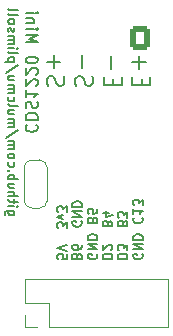
<source format=gbr>
%TF.GenerationSoftware,KiCad,Pcbnew,9.0.6*%
%TF.CreationDate,2025-12-29T21:45:30-05:00*%
%TF.ProjectId,plimsoll,706c696d-736f-46c6-9c2e-6b696361645f,rev?*%
%TF.SameCoordinates,Original*%
%TF.FileFunction,Legend,Bot*%
%TF.FilePolarity,Positive*%
%FSLAX46Y46*%
G04 Gerber Fmt 4.6, Leading zero omitted, Abs format (unit mm)*
G04 Created by KiCad (PCBNEW 9.0.6) date 2025-12-29 21:45:30*
%MOMM*%
%LPD*%
G01*
G04 APERTURE LIST*
G04 Aperture macros list*
%AMRoundRect*
0 Rectangle with rounded corners*
0 $1 Rounding radius*
0 $2 $3 $4 $5 $6 $7 $8 $9 X,Y pos of 4 corners*
0 Add a 4 corners polygon primitive as box body*
4,1,4,$2,$3,$4,$5,$6,$7,$8,$9,$2,$3,0*
0 Add four circle primitives for the rounded corners*
1,1,$1+$1,$2,$3*
1,1,$1+$1,$4,$5*
1,1,$1+$1,$6,$7*
1,1,$1+$1,$8,$9*
0 Add four rect primitives between the rounded corners*
20,1,$1+$1,$2,$3,$4,$5,0*
20,1,$1+$1,$4,$5,$6,$7,0*
20,1,$1+$1,$6,$7,$8,$9,0*
20,1,$1+$1,$8,$9,$2,$3,0*%
%AMFreePoly0*
4,1,23,0.550000,-0.750000,0.000000,-0.750000,0.000000,-0.745722,-0.065263,-0.745722,-0.191342,-0.711940,-0.304381,-0.646677,-0.396677,-0.554381,-0.461940,-0.441342,-0.495722,-0.315263,-0.495722,-0.250000,-0.500000,-0.250000,-0.500000,0.250000,-0.495722,0.250000,-0.495722,0.315263,-0.461940,0.441342,-0.396677,0.554381,-0.304381,0.646677,-0.191342,0.711940,-0.065263,0.745722,0.000000,0.745722,
0.000000,0.750000,0.550000,0.750000,0.550000,-0.750000,0.550000,-0.750000,$1*%
%AMFreePoly1*
4,1,23,0.000000,0.745722,0.065263,0.745722,0.191342,0.711940,0.304381,0.646677,0.396677,0.554381,0.461940,0.441342,0.495722,0.315263,0.495722,0.250000,0.500000,0.250000,0.500000,-0.250000,0.495722,-0.250000,0.495722,-0.315263,0.461940,-0.441342,0.396677,-0.554381,0.304381,-0.646677,0.191342,-0.711940,0.065263,-0.745722,0.000000,-0.745722,0.000000,-0.750000,-0.550000,-0.750000,
-0.550000,0.750000,0.000000,0.750000,0.000000,0.745722,0.000000,0.745722,$1*%
G04 Aperture macros list end*
%ADD10C,0.187500*%
%ADD11C,0.150000*%
%ADD12C,0.200000*%
%ADD13C,0.160000*%
%ADD14C,0.120000*%
%ADD15RoundRect,0.250000X0.600000X0.725000X-0.600000X0.725000X-0.600000X-0.725000X0.600000X-0.725000X0*%
%ADD16O,1.700000X1.950000*%
%ADD17C,3.200000*%
%ADD18FreePoly0,90.000000*%
%ADD19R,1.500000X1.000000*%
%ADD20FreePoly1,90.000000*%
%ADD21R,1.350000X1.350000*%
%ADD22C,1.350000*%
G04 APERTURE END LIST*
D10*
X38303783Y-28039502D02*
X38303783Y-27539502D01*
X37518069Y-27325216D02*
X37518069Y-28039502D01*
X37518069Y-28039502D02*
X39018069Y-28039502D01*
X39018069Y-28039502D02*
X39018069Y-27325216D01*
X38089498Y-26682359D02*
X38089498Y-25539502D01*
X37518069Y-26110930D02*
X38660926Y-26110930D01*
X35888867Y-28039502D02*
X35888867Y-27539502D01*
X35103153Y-27325216D02*
X35103153Y-28039502D01*
X35103153Y-28039502D02*
X36603153Y-28039502D01*
X36603153Y-28039502D02*
X36603153Y-27325216D01*
X35674582Y-26682359D02*
X35674582Y-25539502D01*
X32759666Y-28110930D02*
X32688237Y-27896645D01*
X32688237Y-27896645D02*
X32688237Y-27539502D01*
X32688237Y-27539502D02*
X32759666Y-27396645D01*
X32759666Y-27396645D02*
X32831094Y-27325216D01*
X32831094Y-27325216D02*
X32973951Y-27253787D01*
X32973951Y-27253787D02*
X33116808Y-27253787D01*
X33116808Y-27253787D02*
X33259666Y-27325216D01*
X33259666Y-27325216D02*
X33331094Y-27396645D01*
X33331094Y-27396645D02*
X33402523Y-27539502D01*
X33402523Y-27539502D02*
X33473951Y-27825216D01*
X33473951Y-27825216D02*
X33545380Y-27968073D01*
X33545380Y-27968073D02*
X33616808Y-28039502D01*
X33616808Y-28039502D02*
X33759666Y-28110930D01*
X33759666Y-28110930D02*
X33902523Y-28110930D01*
X33902523Y-28110930D02*
X34045380Y-28039502D01*
X34045380Y-28039502D02*
X34116808Y-27968073D01*
X34116808Y-27968073D02*
X34188237Y-27825216D01*
X34188237Y-27825216D02*
X34188237Y-27468073D01*
X34188237Y-27468073D02*
X34116808Y-27253787D01*
X33259666Y-26610931D02*
X33259666Y-25468074D01*
X30344750Y-28110930D02*
X30273321Y-27896645D01*
X30273321Y-27896645D02*
X30273321Y-27539502D01*
X30273321Y-27539502D02*
X30344750Y-27396645D01*
X30344750Y-27396645D02*
X30416178Y-27325216D01*
X30416178Y-27325216D02*
X30559035Y-27253787D01*
X30559035Y-27253787D02*
X30701892Y-27253787D01*
X30701892Y-27253787D02*
X30844750Y-27325216D01*
X30844750Y-27325216D02*
X30916178Y-27396645D01*
X30916178Y-27396645D02*
X30987607Y-27539502D01*
X30987607Y-27539502D02*
X31059035Y-27825216D01*
X31059035Y-27825216D02*
X31130464Y-27968073D01*
X31130464Y-27968073D02*
X31201892Y-28039502D01*
X31201892Y-28039502D02*
X31344750Y-28110930D01*
X31344750Y-28110930D02*
X31487607Y-28110930D01*
X31487607Y-28110930D02*
X31630464Y-28039502D01*
X31630464Y-28039502D02*
X31701892Y-27968073D01*
X31701892Y-27968073D02*
X31773321Y-27825216D01*
X31773321Y-27825216D02*
X31773321Y-27468073D01*
X31773321Y-27468073D02*
X31701892Y-27253787D01*
X30844750Y-26610931D02*
X30844750Y-25468074D01*
X30273321Y-26039502D02*
X31416178Y-26039502D01*
D11*
X27539038Y-38667982D02*
X26891419Y-38667982D01*
X26891419Y-38667982D02*
X26815228Y-38706077D01*
X26815228Y-38706077D02*
X26777133Y-38744173D01*
X26777133Y-38744173D02*
X26739038Y-38820363D01*
X26739038Y-38820363D02*
X26739038Y-38934649D01*
X26739038Y-38934649D02*
X26777133Y-39010839D01*
X27043800Y-38667982D02*
X27005704Y-38744173D01*
X27005704Y-38744173D02*
X27005704Y-38896554D01*
X27005704Y-38896554D02*
X27043800Y-38972744D01*
X27043800Y-38972744D02*
X27081895Y-39010839D01*
X27081895Y-39010839D02*
X27158085Y-39048935D01*
X27158085Y-39048935D02*
X27386657Y-39048935D01*
X27386657Y-39048935D02*
X27462847Y-39010839D01*
X27462847Y-39010839D02*
X27500942Y-38972744D01*
X27500942Y-38972744D02*
X27539038Y-38896554D01*
X27539038Y-38896554D02*
X27539038Y-38744173D01*
X27539038Y-38744173D02*
X27500942Y-38667982D01*
X27005704Y-38287029D02*
X27539038Y-38287029D01*
X27805704Y-38287029D02*
X27767609Y-38325125D01*
X27767609Y-38325125D02*
X27729514Y-38287029D01*
X27729514Y-38287029D02*
X27767609Y-38248934D01*
X27767609Y-38248934D02*
X27805704Y-38287029D01*
X27805704Y-38287029D02*
X27729514Y-38287029D01*
X27539038Y-38020363D02*
X27539038Y-37715601D01*
X27805704Y-37906077D02*
X27119990Y-37906077D01*
X27119990Y-37906077D02*
X27043800Y-37867982D01*
X27043800Y-37867982D02*
X27005704Y-37791792D01*
X27005704Y-37791792D02*
X27005704Y-37715601D01*
X27005704Y-37448934D02*
X27805704Y-37448934D01*
X27005704Y-37106077D02*
X27424752Y-37106077D01*
X27424752Y-37106077D02*
X27500942Y-37144172D01*
X27500942Y-37144172D02*
X27539038Y-37220363D01*
X27539038Y-37220363D02*
X27539038Y-37334649D01*
X27539038Y-37334649D02*
X27500942Y-37410839D01*
X27500942Y-37410839D02*
X27462847Y-37448934D01*
X27539038Y-36382267D02*
X27005704Y-36382267D01*
X27539038Y-36725124D02*
X27119990Y-36725124D01*
X27119990Y-36725124D02*
X27043800Y-36687029D01*
X27043800Y-36687029D02*
X27005704Y-36610839D01*
X27005704Y-36610839D02*
X27005704Y-36496553D01*
X27005704Y-36496553D02*
X27043800Y-36420362D01*
X27043800Y-36420362D02*
X27081895Y-36382267D01*
X27005704Y-36001314D02*
X27805704Y-36001314D01*
X27500942Y-36001314D02*
X27539038Y-35925124D01*
X27539038Y-35925124D02*
X27539038Y-35772743D01*
X27539038Y-35772743D02*
X27500942Y-35696552D01*
X27500942Y-35696552D02*
X27462847Y-35658457D01*
X27462847Y-35658457D02*
X27386657Y-35620362D01*
X27386657Y-35620362D02*
X27158085Y-35620362D01*
X27158085Y-35620362D02*
X27081895Y-35658457D01*
X27081895Y-35658457D02*
X27043800Y-35696552D01*
X27043800Y-35696552D02*
X27005704Y-35772743D01*
X27005704Y-35772743D02*
X27005704Y-35925124D01*
X27005704Y-35925124D02*
X27043800Y-36001314D01*
X27081895Y-35277504D02*
X27043800Y-35239409D01*
X27043800Y-35239409D02*
X27005704Y-35277504D01*
X27005704Y-35277504D02*
X27043800Y-35315600D01*
X27043800Y-35315600D02*
X27081895Y-35277504D01*
X27081895Y-35277504D02*
X27005704Y-35277504D01*
X27043800Y-34553695D02*
X27005704Y-34629886D01*
X27005704Y-34629886D02*
X27005704Y-34782267D01*
X27005704Y-34782267D02*
X27043800Y-34858457D01*
X27043800Y-34858457D02*
X27081895Y-34896552D01*
X27081895Y-34896552D02*
X27158085Y-34934648D01*
X27158085Y-34934648D02*
X27386657Y-34934648D01*
X27386657Y-34934648D02*
X27462847Y-34896552D01*
X27462847Y-34896552D02*
X27500942Y-34858457D01*
X27500942Y-34858457D02*
X27539038Y-34782267D01*
X27539038Y-34782267D02*
X27539038Y-34629886D01*
X27539038Y-34629886D02*
X27500942Y-34553695D01*
X27005704Y-34096553D02*
X27043800Y-34172743D01*
X27043800Y-34172743D02*
X27081895Y-34210838D01*
X27081895Y-34210838D02*
X27158085Y-34248934D01*
X27158085Y-34248934D02*
X27386657Y-34248934D01*
X27386657Y-34248934D02*
X27462847Y-34210838D01*
X27462847Y-34210838D02*
X27500942Y-34172743D01*
X27500942Y-34172743D02*
X27539038Y-34096553D01*
X27539038Y-34096553D02*
X27539038Y-33982267D01*
X27539038Y-33982267D02*
X27500942Y-33906076D01*
X27500942Y-33906076D02*
X27462847Y-33867981D01*
X27462847Y-33867981D02*
X27386657Y-33829886D01*
X27386657Y-33829886D02*
X27158085Y-33829886D01*
X27158085Y-33829886D02*
X27081895Y-33867981D01*
X27081895Y-33867981D02*
X27043800Y-33906076D01*
X27043800Y-33906076D02*
X27005704Y-33982267D01*
X27005704Y-33982267D02*
X27005704Y-34096553D01*
X27005704Y-33487028D02*
X27539038Y-33487028D01*
X27462847Y-33487028D02*
X27500942Y-33448933D01*
X27500942Y-33448933D02*
X27539038Y-33372743D01*
X27539038Y-33372743D02*
X27539038Y-33258457D01*
X27539038Y-33258457D02*
X27500942Y-33182266D01*
X27500942Y-33182266D02*
X27424752Y-33144171D01*
X27424752Y-33144171D02*
X27005704Y-33144171D01*
X27424752Y-33144171D02*
X27500942Y-33106076D01*
X27500942Y-33106076D02*
X27539038Y-33029885D01*
X27539038Y-33029885D02*
X27539038Y-32915600D01*
X27539038Y-32915600D02*
X27500942Y-32839409D01*
X27500942Y-32839409D02*
X27424752Y-32801314D01*
X27424752Y-32801314D02*
X27005704Y-32801314D01*
X27843800Y-31848933D02*
X26815228Y-32534647D01*
X27005704Y-31582266D02*
X27539038Y-31582266D01*
X27462847Y-31582266D02*
X27500942Y-31544171D01*
X27500942Y-31544171D02*
X27539038Y-31467981D01*
X27539038Y-31467981D02*
X27539038Y-31353695D01*
X27539038Y-31353695D02*
X27500942Y-31277504D01*
X27500942Y-31277504D02*
X27424752Y-31239409D01*
X27424752Y-31239409D02*
X27005704Y-31239409D01*
X27424752Y-31239409D02*
X27500942Y-31201314D01*
X27500942Y-31201314D02*
X27539038Y-31125123D01*
X27539038Y-31125123D02*
X27539038Y-31010838D01*
X27539038Y-31010838D02*
X27500942Y-30934647D01*
X27500942Y-30934647D02*
X27424752Y-30896552D01*
X27424752Y-30896552D02*
X27005704Y-30896552D01*
X27539038Y-30172742D02*
X27005704Y-30172742D01*
X27539038Y-30515599D02*
X27119990Y-30515599D01*
X27119990Y-30515599D02*
X27043800Y-30477504D01*
X27043800Y-30477504D02*
X27005704Y-30401314D01*
X27005704Y-30401314D02*
X27005704Y-30287028D01*
X27005704Y-30287028D02*
X27043800Y-30210837D01*
X27043800Y-30210837D02*
X27081895Y-30172742D01*
X27005704Y-29677504D02*
X27043800Y-29753694D01*
X27043800Y-29753694D02*
X27119990Y-29791789D01*
X27119990Y-29791789D02*
X27805704Y-29791789D01*
X27043800Y-29029884D02*
X27005704Y-29106075D01*
X27005704Y-29106075D02*
X27005704Y-29258456D01*
X27005704Y-29258456D02*
X27043800Y-29334646D01*
X27043800Y-29334646D02*
X27081895Y-29372741D01*
X27081895Y-29372741D02*
X27158085Y-29410837D01*
X27158085Y-29410837D02*
X27386657Y-29410837D01*
X27386657Y-29410837D02*
X27462847Y-29372741D01*
X27462847Y-29372741D02*
X27500942Y-29334646D01*
X27500942Y-29334646D02*
X27539038Y-29258456D01*
X27539038Y-29258456D02*
X27539038Y-29106075D01*
X27539038Y-29106075D02*
X27500942Y-29029884D01*
X27005704Y-28687027D02*
X27539038Y-28687027D01*
X27462847Y-28687027D02*
X27500942Y-28648932D01*
X27500942Y-28648932D02*
X27539038Y-28572742D01*
X27539038Y-28572742D02*
X27539038Y-28458456D01*
X27539038Y-28458456D02*
X27500942Y-28382265D01*
X27500942Y-28382265D02*
X27424752Y-28344170D01*
X27424752Y-28344170D02*
X27005704Y-28344170D01*
X27424752Y-28344170D02*
X27500942Y-28306075D01*
X27500942Y-28306075D02*
X27539038Y-28229884D01*
X27539038Y-28229884D02*
X27539038Y-28115599D01*
X27539038Y-28115599D02*
X27500942Y-28039408D01*
X27500942Y-28039408D02*
X27424752Y-28001313D01*
X27424752Y-28001313D02*
X27005704Y-28001313D01*
X27539038Y-27277503D02*
X27005704Y-27277503D01*
X27539038Y-27620360D02*
X27119990Y-27620360D01*
X27119990Y-27620360D02*
X27043800Y-27582265D01*
X27043800Y-27582265D02*
X27005704Y-27506075D01*
X27005704Y-27506075D02*
X27005704Y-27391789D01*
X27005704Y-27391789D02*
X27043800Y-27315598D01*
X27043800Y-27315598D02*
X27081895Y-27277503D01*
X27843800Y-26325122D02*
X26815228Y-27010836D01*
X27539038Y-26058455D02*
X26739038Y-26058455D01*
X27500942Y-26058455D02*
X27539038Y-25982265D01*
X27539038Y-25982265D02*
X27539038Y-25829884D01*
X27539038Y-25829884D02*
X27500942Y-25753693D01*
X27500942Y-25753693D02*
X27462847Y-25715598D01*
X27462847Y-25715598D02*
X27386657Y-25677503D01*
X27386657Y-25677503D02*
X27158085Y-25677503D01*
X27158085Y-25677503D02*
X27081895Y-25715598D01*
X27081895Y-25715598D02*
X27043800Y-25753693D01*
X27043800Y-25753693D02*
X27005704Y-25829884D01*
X27005704Y-25829884D02*
X27005704Y-25982265D01*
X27005704Y-25982265D02*
X27043800Y-26058455D01*
X27005704Y-25220360D02*
X27043800Y-25296550D01*
X27043800Y-25296550D02*
X27119990Y-25334645D01*
X27119990Y-25334645D02*
X27805704Y-25334645D01*
X27005704Y-24915597D02*
X27539038Y-24915597D01*
X27805704Y-24915597D02*
X27767609Y-24953693D01*
X27767609Y-24953693D02*
X27729514Y-24915597D01*
X27729514Y-24915597D02*
X27767609Y-24877502D01*
X27767609Y-24877502D02*
X27805704Y-24915597D01*
X27805704Y-24915597D02*
X27729514Y-24915597D01*
X27005704Y-24534645D02*
X27539038Y-24534645D01*
X27462847Y-24534645D02*
X27500942Y-24496550D01*
X27500942Y-24496550D02*
X27539038Y-24420360D01*
X27539038Y-24420360D02*
X27539038Y-24306074D01*
X27539038Y-24306074D02*
X27500942Y-24229883D01*
X27500942Y-24229883D02*
X27424752Y-24191788D01*
X27424752Y-24191788D02*
X27005704Y-24191788D01*
X27424752Y-24191788D02*
X27500942Y-24153693D01*
X27500942Y-24153693D02*
X27539038Y-24077502D01*
X27539038Y-24077502D02*
X27539038Y-23963217D01*
X27539038Y-23963217D02*
X27500942Y-23887026D01*
X27500942Y-23887026D02*
X27424752Y-23848931D01*
X27424752Y-23848931D02*
X27005704Y-23848931D01*
X27043800Y-23506074D02*
X27005704Y-23429883D01*
X27005704Y-23429883D02*
X27005704Y-23277502D01*
X27005704Y-23277502D02*
X27043800Y-23201312D01*
X27043800Y-23201312D02*
X27119990Y-23163216D01*
X27119990Y-23163216D02*
X27158085Y-23163216D01*
X27158085Y-23163216D02*
X27234276Y-23201312D01*
X27234276Y-23201312D02*
X27272371Y-23277502D01*
X27272371Y-23277502D02*
X27272371Y-23391788D01*
X27272371Y-23391788D02*
X27310466Y-23467978D01*
X27310466Y-23467978D02*
X27386657Y-23506074D01*
X27386657Y-23506074D02*
X27424752Y-23506074D01*
X27424752Y-23506074D02*
X27500942Y-23467978D01*
X27500942Y-23467978D02*
X27539038Y-23391788D01*
X27539038Y-23391788D02*
X27539038Y-23277502D01*
X27539038Y-23277502D02*
X27500942Y-23201312D01*
X27005704Y-22706074D02*
X27043800Y-22782264D01*
X27043800Y-22782264D02*
X27081895Y-22820359D01*
X27081895Y-22820359D02*
X27158085Y-22858455D01*
X27158085Y-22858455D02*
X27386657Y-22858455D01*
X27386657Y-22858455D02*
X27462847Y-22820359D01*
X27462847Y-22820359D02*
X27500942Y-22782264D01*
X27500942Y-22782264D02*
X27539038Y-22706074D01*
X27539038Y-22706074D02*
X27539038Y-22591788D01*
X27539038Y-22591788D02*
X27500942Y-22515597D01*
X27500942Y-22515597D02*
X27462847Y-22477502D01*
X27462847Y-22477502D02*
X27386657Y-22439407D01*
X27386657Y-22439407D02*
X27158085Y-22439407D01*
X27158085Y-22439407D02*
X27081895Y-22477502D01*
X27081895Y-22477502D02*
X27043800Y-22515597D01*
X27043800Y-22515597D02*
X27005704Y-22591788D01*
X27005704Y-22591788D02*
X27005704Y-22706074D01*
X27005704Y-21982264D02*
X27043800Y-22058454D01*
X27043800Y-22058454D02*
X27119990Y-22096549D01*
X27119990Y-22096549D02*
X27805704Y-22096549D01*
X27005704Y-21563216D02*
X27043800Y-21639406D01*
X27043800Y-21639406D02*
X27119990Y-21677501D01*
X27119990Y-21677501D02*
X27805704Y-21677501D01*
D12*
X28588019Y-31378898D02*
X28540400Y-31426517D01*
X28540400Y-31426517D02*
X28492780Y-31569374D01*
X28492780Y-31569374D02*
X28492780Y-31664612D01*
X28492780Y-31664612D02*
X28540400Y-31807469D01*
X28540400Y-31807469D02*
X28635638Y-31902707D01*
X28635638Y-31902707D02*
X28730876Y-31950326D01*
X28730876Y-31950326D02*
X28921352Y-31997945D01*
X28921352Y-31997945D02*
X29064209Y-31997945D01*
X29064209Y-31997945D02*
X29254685Y-31950326D01*
X29254685Y-31950326D02*
X29349923Y-31902707D01*
X29349923Y-31902707D02*
X29445161Y-31807469D01*
X29445161Y-31807469D02*
X29492780Y-31664612D01*
X29492780Y-31664612D02*
X29492780Y-31569374D01*
X29492780Y-31569374D02*
X29445161Y-31426517D01*
X29445161Y-31426517D02*
X29397542Y-31378898D01*
X28492780Y-30950326D02*
X29492780Y-30950326D01*
X29492780Y-30950326D02*
X29492780Y-30712231D01*
X29492780Y-30712231D02*
X29445161Y-30569374D01*
X29445161Y-30569374D02*
X29349923Y-30474136D01*
X29349923Y-30474136D02*
X29254685Y-30426517D01*
X29254685Y-30426517D02*
X29064209Y-30378898D01*
X29064209Y-30378898D02*
X28921352Y-30378898D01*
X28921352Y-30378898D02*
X28730876Y-30426517D01*
X28730876Y-30426517D02*
X28635638Y-30474136D01*
X28635638Y-30474136D02*
X28540400Y-30569374D01*
X28540400Y-30569374D02*
X28492780Y-30712231D01*
X28492780Y-30712231D02*
X28492780Y-30950326D01*
X28540400Y-29997945D02*
X28492780Y-29855088D01*
X28492780Y-29855088D02*
X28492780Y-29616993D01*
X28492780Y-29616993D02*
X28540400Y-29521755D01*
X28540400Y-29521755D02*
X28588019Y-29474136D01*
X28588019Y-29474136D02*
X28683257Y-29426517D01*
X28683257Y-29426517D02*
X28778495Y-29426517D01*
X28778495Y-29426517D02*
X28873733Y-29474136D01*
X28873733Y-29474136D02*
X28921352Y-29521755D01*
X28921352Y-29521755D02*
X28968971Y-29616993D01*
X28968971Y-29616993D02*
X29016590Y-29807469D01*
X29016590Y-29807469D02*
X29064209Y-29902707D01*
X29064209Y-29902707D02*
X29111828Y-29950326D01*
X29111828Y-29950326D02*
X29207066Y-29997945D01*
X29207066Y-29997945D02*
X29302304Y-29997945D01*
X29302304Y-29997945D02*
X29397542Y-29950326D01*
X29397542Y-29950326D02*
X29445161Y-29902707D01*
X29445161Y-29902707D02*
X29492780Y-29807469D01*
X29492780Y-29807469D02*
X29492780Y-29569374D01*
X29492780Y-29569374D02*
X29445161Y-29426517D01*
X28492780Y-28474136D02*
X28492780Y-29045564D01*
X28492780Y-28759850D02*
X29492780Y-28759850D01*
X29492780Y-28759850D02*
X29349923Y-28855088D01*
X29349923Y-28855088D02*
X29254685Y-28950326D01*
X29254685Y-28950326D02*
X29207066Y-29045564D01*
X29397542Y-28093183D02*
X29445161Y-28045564D01*
X29445161Y-28045564D02*
X29492780Y-27950326D01*
X29492780Y-27950326D02*
X29492780Y-27712231D01*
X29492780Y-27712231D02*
X29445161Y-27616993D01*
X29445161Y-27616993D02*
X29397542Y-27569374D01*
X29397542Y-27569374D02*
X29302304Y-27521755D01*
X29302304Y-27521755D02*
X29207066Y-27521755D01*
X29207066Y-27521755D02*
X29064209Y-27569374D01*
X29064209Y-27569374D02*
X28492780Y-28140802D01*
X28492780Y-28140802D02*
X28492780Y-27521755D01*
X29397542Y-27140802D02*
X29445161Y-27093183D01*
X29445161Y-27093183D02*
X29492780Y-26997945D01*
X29492780Y-26997945D02*
X29492780Y-26759850D01*
X29492780Y-26759850D02*
X29445161Y-26664612D01*
X29445161Y-26664612D02*
X29397542Y-26616993D01*
X29397542Y-26616993D02*
X29302304Y-26569374D01*
X29302304Y-26569374D02*
X29207066Y-26569374D01*
X29207066Y-26569374D02*
X29064209Y-26616993D01*
X29064209Y-26616993D02*
X28492780Y-27188421D01*
X28492780Y-27188421D02*
X28492780Y-26569374D01*
X29492780Y-25950326D02*
X29492780Y-25855088D01*
X29492780Y-25855088D02*
X29445161Y-25759850D01*
X29445161Y-25759850D02*
X29397542Y-25712231D01*
X29397542Y-25712231D02*
X29302304Y-25664612D01*
X29302304Y-25664612D02*
X29111828Y-25616993D01*
X29111828Y-25616993D02*
X28873733Y-25616993D01*
X28873733Y-25616993D02*
X28683257Y-25664612D01*
X28683257Y-25664612D02*
X28588019Y-25712231D01*
X28588019Y-25712231D02*
X28540400Y-25759850D01*
X28540400Y-25759850D02*
X28492780Y-25855088D01*
X28492780Y-25855088D02*
X28492780Y-25950326D01*
X28492780Y-25950326D02*
X28540400Y-26045564D01*
X28540400Y-26045564D02*
X28588019Y-26093183D01*
X28588019Y-26093183D02*
X28683257Y-26140802D01*
X28683257Y-26140802D02*
X28873733Y-26188421D01*
X28873733Y-26188421D02*
X29111828Y-26188421D01*
X29111828Y-26188421D02*
X29302304Y-26140802D01*
X29302304Y-26140802D02*
X29397542Y-26093183D01*
X29397542Y-26093183D02*
X29445161Y-26045564D01*
X29445161Y-26045564D02*
X29492780Y-25950326D01*
X28492780Y-24426516D02*
X29492780Y-24426516D01*
X29492780Y-24426516D02*
X28778495Y-24093183D01*
X28778495Y-24093183D02*
X29492780Y-23759850D01*
X29492780Y-23759850D02*
X28492780Y-23759850D01*
X28492780Y-23283659D02*
X29159447Y-23283659D01*
X29492780Y-23283659D02*
X29445161Y-23331278D01*
X29445161Y-23331278D02*
X29397542Y-23283659D01*
X29397542Y-23283659D02*
X29445161Y-23236040D01*
X29445161Y-23236040D02*
X29492780Y-23283659D01*
X29492780Y-23283659D02*
X29397542Y-23283659D01*
X29159447Y-22807469D02*
X28492780Y-22807469D01*
X29064209Y-22807469D02*
X29111828Y-22759850D01*
X29111828Y-22759850D02*
X29159447Y-22664612D01*
X29159447Y-22664612D02*
X29159447Y-22521755D01*
X29159447Y-22521755D02*
X29111828Y-22426517D01*
X29111828Y-22426517D02*
X29016590Y-22378898D01*
X29016590Y-22378898D02*
X28492780Y-22378898D01*
X28492780Y-21902707D02*
X29159447Y-21902707D01*
X29492780Y-21902707D02*
X29445161Y-21950326D01*
X29445161Y-21950326D02*
X29397542Y-21902707D01*
X29397542Y-21902707D02*
X29445161Y-21855088D01*
X29445161Y-21855088D02*
X29492780Y-21902707D01*
X29492780Y-21902707D02*
X29397542Y-21902707D01*
D13*
X38357904Y-42335213D02*
X38395999Y-42411403D01*
X38395999Y-42411403D02*
X38395999Y-42525689D01*
X38395999Y-42525689D02*
X38357904Y-42639975D01*
X38357904Y-42639975D02*
X38281714Y-42716165D01*
X38281714Y-42716165D02*
X38205523Y-42754260D01*
X38205523Y-42754260D02*
X38053142Y-42792356D01*
X38053142Y-42792356D02*
X37938856Y-42792356D01*
X37938856Y-42792356D02*
X37786475Y-42754260D01*
X37786475Y-42754260D02*
X37710285Y-42716165D01*
X37710285Y-42716165D02*
X37634095Y-42639975D01*
X37634095Y-42639975D02*
X37595999Y-42525689D01*
X37595999Y-42525689D02*
X37595999Y-42449498D01*
X37595999Y-42449498D02*
X37634095Y-42335213D01*
X37634095Y-42335213D02*
X37672190Y-42297117D01*
X37672190Y-42297117D02*
X37938856Y-42297117D01*
X37938856Y-42297117D02*
X37938856Y-42449498D01*
X37595999Y-41954260D02*
X38395999Y-41954260D01*
X38395999Y-41954260D02*
X37595999Y-41497117D01*
X37595999Y-41497117D02*
X38395999Y-41497117D01*
X37595999Y-41116165D02*
X38395999Y-41116165D01*
X38395999Y-41116165D02*
X38395999Y-40925689D01*
X38395999Y-40925689D02*
X38357904Y-40811403D01*
X38357904Y-40811403D02*
X38281714Y-40735213D01*
X38281714Y-40735213D02*
X38205523Y-40697118D01*
X38205523Y-40697118D02*
X38053142Y-40659022D01*
X38053142Y-40659022D02*
X37938856Y-40659022D01*
X37938856Y-40659022D02*
X37786475Y-40697118D01*
X37786475Y-40697118D02*
X37710285Y-40735213D01*
X37710285Y-40735213D02*
X37634095Y-40811403D01*
X37634095Y-40811403D02*
X37595999Y-40925689D01*
X37595999Y-40925689D02*
X37595999Y-41116165D01*
X37672190Y-39249498D02*
X37634095Y-39287594D01*
X37634095Y-39287594D02*
X37595999Y-39401879D01*
X37595999Y-39401879D02*
X37595999Y-39478070D01*
X37595999Y-39478070D02*
X37634095Y-39592356D01*
X37634095Y-39592356D02*
X37710285Y-39668546D01*
X37710285Y-39668546D02*
X37786475Y-39706641D01*
X37786475Y-39706641D02*
X37938856Y-39744737D01*
X37938856Y-39744737D02*
X38053142Y-39744737D01*
X38053142Y-39744737D02*
X38205523Y-39706641D01*
X38205523Y-39706641D02*
X38281714Y-39668546D01*
X38281714Y-39668546D02*
X38357904Y-39592356D01*
X38357904Y-39592356D02*
X38395999Y-39478070D01*
X38395999Y-39478070D02*
X38395999Y-39401879D01*
X38395999Y-39401879D02*
X38357904Y-39287594D01*
X38357904Y-39287594D02*
X38319809Y-39249498D01*
X37595999Y-38487594D02*
X37595999Y-38944737D01*
X37595999Y-38716165D02*
X38395999Y-38716165D01*
X38395999Y-38716165D02*
X38281714Y-38792356D01*
X38281714Y-38792356D02*
X38205523Y-38868546D01*
X38205523Y-38868546D02*
X38167428Y-38944737D01*
X38395999Y-38220927D02*
X38395999Y-37725689D01*
X38395999Y-37725689D02*
X38091237Y-37992355D01*
X38091237Y-37992355D02*
X38091237Y-37878070D01*
X38091237Y-37878070D02*
X38053142Y-37801879D01*
X38053142Y-37801879D02*
X38015047Y-37763784D01*
X38015047Y-37763784D02*
X37938856Y-37725689D01*
X37938856Y-37725689D02*
X37748380Y-37725689D01*
X37748380Y-37725689D02*
X37672190Y-37763784D01*
X37672190Y-37763784D02*
X37634095Y-37801879D01*
X37634095Y-37801879D02*
X37595999Y-37878070D01*
X37595999Y-37878070D02*
X37595999Y-38106641D01*
X37595999Y-38106641D02*
X37634095Y-38182832D01*
X37634095Y-38182832D02*
X37672190Y-38220927D01*
X36308044Y-42754260D02*
X37108044Y-42754260D01*
X37108044Y-42754260D02*
X37108044Y-42563784D01*
X37108044Y-42563784D02*
X37069949Y-42449498D01*
X37069949Y-42449498D02*
X36993759Y-42373308D01*
X36993759Y-42373308D02*
X36917568Y-42335213D01*
X36917568Y-42335213D02*
X36765187Y-42297117D01*
X36765187Y-42297117D02*
X36650901Y-42297117D01*
X36650901Y-42297117D02*
X36498520Y-42335213D01*
X36498520Y-42335213D02*
X36422330Y-42373308D01*
X36422330Y-42373308D02*
X36346140Y-42449498D01*
X36346140Y-42449498D02*
X36308044Y-42563784D01*
X36308044Y-42563784D02*
X36308044Y-42754260D01*
X37108044Y-42030451D02*
X37108044Y-41535213D01*
X37108044Y-41535213D02*
X36803282Y-41801879D01*
X36803282Y-41801879D02*
X36803282Y-41687594D01*
X36803282Y-41687594D02*
X36765187Y-41611403D01*
X36765187Y-41611403D02*
X36727092Y-41573308D01*
X36727092Y-41573308D02*
X36650901Y-41535213D01*
X36650901Y-41535213D02*
X36460425Y-41535213D01*
X36460425Y-41535213D02*
X36384235Y-41573308D01*
X36384235Y-41573308D02*
X36346140Y-41611403D01*
X36346140Y-41611403D02*
X36308044Y-41687594D01*
X36308044Y-41687594D02*
X36308044Y-41916165D01*
X36308044Y-41916165D02*
X36346140Y-41992356D01*
X36346140Y-41992356D02*
X36384235Y-42030451D01*
X36727092Y-39706641D02*
X36688997Y-39592355D01*
X36688997Y-39592355D02*
X36650901Y-39554260D01*
X36650901Y-39554260D02*
X36574711Y-39516164D01*
X36574711Y-39516164D02*
X36460425Y-39516164D01*
X36460425Y-39516164D02*
X36384235Y-39554260D01*
X36384235Y-39554260D02*
X36346140Y-39592355D01*
X36346140Y-39592355D02*
X36308044Y-39668545D01*
X36308044Y-39668545D02*
X36308044Y-39973307D01*
X36308044Y-39973307D02*
X37108044Y-39973307D01*
X37108044Y-39973307D02*
X37108044Y-39706641D01*
X37108044Y-39706641D02*
X37069949Y-39630450D01*
X37069949Y-39630450D02*
X37031854Y-39592355D01*
X37031854Y-39592355D02*
X36955663Y-39554260D01*
X36955663Y-39554260D02*
X36879473Y-39554260D01*
X36879473Y-39554260D02*
X36803282Y-39592355D01*
X36803282Y-39592355D02*
X36765187Y-39630450D01*
X36765187Y-39630450D02*
X36727092Y-39706641D01*
X36727092Y-39706641D02*
X36727092Y-39973307D01*
X37108044Y-39249498D02*
X37108044Y-38754260D01*
X37108044Y-38754260D02*
X36803282Y-39020926D01*
X36803282Y-39020926D02*
X36803282Y-38906641D01*
X36803282Y-38906641D02*
X36765187Y-38830450D01*
X36765187Y-38830450D02*
X36727092Y-38792355D01*
X36727092Y-38792355D02*
X36650901Y-38754260D01*
X36650901Y-38754260D02*
X36460425Y-38754260D01*
X36460425Y-38754260D02*
X36384235Y-38792355D01*
X36384235Y-38792355D02*
X36346140Y-38830450D01*
X36346140Y-38830450D02*
X36308044Y-38906641D01*
X36308044Y-38906641D02*
X36308044Y-39135212D01*
X36308044Y-39135212D02*
X36346140Y-39211403D01*
X36346140Y-39211403D02*
X36384235Y-39249498D01*
X35020089Y-42754260D02*
X35820089Y-42754260D01*
X35820089Y-42754260D02*
X35820089Y-42563784D01*
X35820089Y-42563784D02*
X35781994Y-42449498D01*
X35781994Y-42449498D02*
X35705804Y-42373308D01*
X35705804Y-42373308D02*
X35629613Y-42335213D01*
X35629613Y-42335213D02*
X35477232Y-42297117D01*
X35477232Y-42297117D02*
X35362946Y-42297117D01*
X35362946Y-42297117D02*
X35210565Y-42335213D01*
X35210565Y-42335213D02*
X35134375Y-42373308D01*
X35134375Y-42373308D02*
X35058185Y-42449498D01*
X35058185Y-42449498D02*
X35020089Y-42563784D01*
X35020089Y-42563784D02*
X35020089Y-42754260D01*
X35743899Y-41992356D02*
X35781994Y-41954260D01*
X35781994Y-41954260D02*
X35820089Y-41878070D01*
X35820089Y-41878070D02*
X35820089Y-41687594D01*
X35820089Y-41687594D02*
X35781994Y-41611403D01*
X35781994Y-41611403D02*
X35743899Y-41573308D01*
X35743899Y-41573308D02*
X35667708Y-41535213D01*
X35667708Y-41535213D02*
X35591518Y-41535213D01*
X35591518Y-41535213D02*
X35477232Y-41573308D01*
X35477232Y-41573308D02*
X35020089Y-42030451D01*
X35020089Y-42030451D02*
X35020089Y-41535213D01*
X35439137Y-39706641D02*
X35401042Y-39592355D01*
X35401042Y-39592355D02*
X35362946Y-39554260D01*
X35362946Y-39554260D02*
X35286756Y-39516164D01*
X35286756Y-39516164D02*
X35172470Y-39516164D01*
X35172470Y-39516164D02*
X35096280Y-39554260D01*
X35096280Y-39554260D02*
X35058185Y-39592355D01*
X35058185Y-39592355D02*
X35020089Y-39668545D01*
X35020089Y-39668545D02*
X35020089Y-39973307D01*
X35020089Y-39973307D02*
X35820089Y-39973307D01*
X35820089Y-39973307D02*
X35820089Y-39706641D01*
X35820089Y-39706641D02*
X35781994Y-39630450D01*
X35781994Y-39630450D02*
X35743899Y-39592355D01*
X35743899Y-39592355D02*
X35667708Y-39554260D01*
X35667708Y-39554260D02*
X35591518Y-39554260D01*
X35591518Y-39554260D02*
X35515327Y-39592355D01*
X35515327Y-39592355D02*
X35477232Y-39630450D01*
X35477232Y-39630450D02*
X35439137Y-39706641D01*
X35439137Y-39706641D02*
X35439137Y-39973307D01*
X35553423Y-38830450D02*
X35020089Y-38830450D01*
X35858185Y-39020926D02*
X35286756Y-39211403D01*
X35286756Y-39211403D02*
X35286756Y-38716164D01*
X34494039Y-42335213D02*
X34532134Y-42411403D01*
X34532134Y-42411403D02*
X34532134Y-42525689D01*
X34532134Y-42525689D02*
X34494039Y-42639975D01*
X34494039Y-42639975D02*
X34417849Y-42716165D01*
X34417849Y-42716165D02*
X34341658Y-42754260D01*
X34341658Y-42754260D02*
X34189277Y-42792356D01*
X34189277Y-42792356D02*
X34074991Y-42792356D01*
X34074991Y-42792356D02*
X33922610Y-42754260D01*
X33922610Y-42754260D02*
X33846420Y-42716165D01*
X33846420Y-42716165D02*
X33770230Y-42639975D01*
X33770230Y-42639975D02*
X33732134Y-42525689D01*
X33732134Y-42525689D02*
X33732134Y-42449498D01*
X33732134Y-42449498D02*
X33770230Y-42335213D01*
X33770230Y-42335213D02*
X33808325Y-42297117D01*
X33808325Y-42297117D02*
X34074991Y-42297117D01*
X34074991Y-42297117D02*
X34074991Y-42449498D01*
X33732134Y-41954260D02*
X34532134Y-41954260D01*
X34532134Y-41954260D02*
X33732134Y-41497117D01*
X33732134Y-41497117D02*
X34532134Y-41497117D01*
X33732134Y-41116165D02*
X34532134Y-41116165D01*
X34532134Y-41116165D02*
X34532134Y-40925689D01*
X34532134Y-40925689D02*
X34494039Y-40811403D01*
X34494039Y-40811403D02*
X34417849Y-40735213D01*
X34417849Y-40735213D02*
X34341658Y-40697118D01*
X34341658Y-40697118D02*
X34189277Y-40659022D01*
X34189277Y-40659022D02*
X34074991Y-40659022D01*
X34074991Y-40659022D02*
X33922610Y-40697118D01*
X33922610Y-40697118D02*
X33846420Y-40735213D01*
X33846420Y-40735213D02*
X33770230Y-40811403D01*
X33770230Y-40811403D02*
X33732134Y-40925689D01*
X33732134Y-40925689D02*
X33732134Y-41116165D01*
X34151182Y-39439975D02*
X34113087Y-39325689D01*
X34113087Y-39325689D02*
X34074991Y-39287594D01*
X34074991Y-39287594D02*
X33998801Y-39249498D01*
X33998801Y-39249498D02*
X33884515Y-39249498D01*
X33884515Y-39249498D02*
X33808325Y-39287594D01*
X33808325Y-39287594D02*
X33770230Y-39325689D01*
X33770230Y-39325689D02*
X33732134Y-39401879D01*
X33732134Y-39401879D02*
X33732134Y-39706641D01*
X33732134Y-39706641D02*
X34532134Y-39706641D01*
X34532134Y-39706641D02*
X34532134Y-39439975D01*
X34532134Y-39439975D02*
X34494039Y-39363784D01*
X34494039Y-39363784D02*
X34455944Y-39325689D01*
X34455944Y-39325689D02*
X34379753Y-39287594D01*
X34379753Y-39287594D02*
X34303563Y-39287594D01*
X34303563Y-39287594D02*
X34227372Y-39325689D01*
X34227372Y-39325689D02*
X34189277Y-39363784D01*
X34189277Y-39363784D02*
X34151182Y-39439975D01*
X34151182Y-39439975D02*
X34151182Y-39706641D01*
X34532134Y-38525689D02*
X34532134Y-38906641D01*
X34532134Y-38906641D02*
X34151182Y-38944737D01*
X34151182Y-38944737D02*
X34189277Y-38906641D01*
X34189277Y-38906641D02*
X34227372Y-38830451D01*
X34227372Y-38830451D02*
X34227372Y-38639975D01*
X34227372Y-38639975D02*
X34189277Y-38563784D01*
X34189277Y-38563784D02*
X34151182Y-38525689D01*
X34151182Y-38525689D02*
X34074991Y-38487594D01*
X34074991Y-38487594D02*
X33884515Y-38487594D01*
X33884515Y-38487594D02*
X33808325Y-38525689D01*
X33808325Y-38525689D02*
X33770230Y-38563784D01*
X33770230Y-38563784D02*
X33732134Y-38639975D01*
X33732134Y-38639975D02*
X33732134Y-38830451D01*
X33732134Y-38830451D02*
X33770230Y-38906641D01*
X33770230Y-38906641D02*
X33808325Y-38944737D01*
X32863227Y-42487594D02*
X32825132Y-42373308D01*
X32825132Y-42373308D02*
X32787036Y-42335213D01*
X32787036Y-42335213D02*
X32710846Y-42297117D01*
X32710846Y-42297117D02*
X32596560Y-42297117D01*
X32596560Y-42297117D02*
X32520370Y-42335213D01*
X32520370Y-42335213D02*
X32482275Y-42373308D01*
X32482275Y-42373308D02*
X32444179Y-42449498D01*
X32444179Y-42449498D02*
X32444179Y-42754260D01*
X32444179Y-42754260D02*
X33244179Y-42754260D01*
X33244179Y-42754260D02*
X33244179Y-42487594D01*
X33244179Y-42487594D02*
X33206084Y-42411403D01*
X33206084Y-42411403D02*
X33167989Y-42373308D01*
X33167989Y-42373308D02*
X33091798Y-42335213D01*
X33091798Y-42335213D02*
X33015608Y-42335213D01*
X33015608Y-42335213D02*
X32939417Y-42373308D01*
X32939417Y-42373308D02*
X32901322Y-42411403D01*
X32901322Y-42411403D02*
X32863227Y-42487594D01*
X32863227Y-42487594D02*
X32863227Y-42754260D01*
X33244179Y-41611403D02*
X33244179Y-41763784D01*
X33244179Y-41763784D02*
X33206084Y-41839975D01*
X33206084Y-41839975D02*
X33167989Y-41878070D01*
X33167989Y-41878070D02*
X33053703Y-41954260D01*
X33053703Y-41954260D02*
X32901322Y-41992356D01*
X32901322Y-41992356D02*
X32596560Y-41992356D01*
X32596560Y-41992356D02*
X32520370Y-41954260D01*
X32520370Y-41954260D02*
X32482275Y-41916165D01*
X32482275Y-41916165D02*
X32444179Y-41839975D01*
X32444179Y-41839975D02*
X32444179Y-41687594D01*
X32444179Y-41687594D02*
X32482275Y-41611403D01*
X32482275Y-41611403D02*
X32520370Y-41573308D01*
X32520370Y-41573308D02*
X32596560Y-41535213D01*
X32596560Y-41535213D02*
X32787036Y-41535213D01*
X32787036Y-41535213D02*
X32863227Y-41573308D01*
X32863227Y-41573308D02*
X32901322Y-41611403D01*
X32901322Y-41611403D02*
X32939417Y-41687594D01*
X32939417Y-41687594D02*
X32939417Y-41839975D01*
X32939417Y-41839975D02*
X32901322Y-41916165D01*
X32901322Y-41916165D02*
X32863227Y-41954260D01*
X32863227Y-41954260D02*
X32787036Y-41992356D01*
X33206084Y-39554260D02*
X33244179Y-39630450D01*
X33244179Y-39630450D02*
X33244179Y-39744736D01*
X33244179Y-39744736D02*
X33206084Y-39859022D01*
X33206084Y-39859022D02*
X33129894Y-39935212D01*
X33129894Y-39935212D02*
X33053703Y-39973307D01*
X33053703Y-39973307D02*
X32901322Y-40011403D01*
X32901322Y-40011403D02*
X32787036Y-40011403D01*
X32787036Y-40011403D02*
X32634655Y-39973307D01*
X32634655Y-39973307D02*
X32558465Y-39935212D01*
X32558465Y-39935212D02*
X32482275Y-39859022D01*
X32482275Y-39859022D02*
X32444179Y-39744736D01*
X32444179Y-39744736D02*
X32444179Y-39668545D01*
X32444179Y-39668545D02*
X32482275Y-39554260D01*
X32482275Y-39554260D02*
X32520370Y-39516164D01*
X32520370Y-39516164D02*
X32787036Y-39516164D01*
X32787036Y-39516164D02*
X32787036Y-39668545D01*
X32444179Y-39173307D02*
X33244179Y-39173307D01*
X33244179Y-39173307D02*
X32444179Y-38716164D01*
X32444179Y-38716164D02*
X33244179Y-38716164D01*
X32444179Y-38335212D02*
X33244179Y-38335212D01*
X33244179Y-38335212D02*
X33244179Y-38144736D01*
X33244179Y-38144736D02*
X33206084Y-38030450D01*
X33206084Y-38030450D02*
X33129894Y-37954260D01*
X33129894Y-37954260D02*
X33053703Y-37916165D01*
X33053703Y-37916165D02*
X32901322Y-37878069D01*
X32901322Y-37878069D02*
X32787036Y-37878069D01*
X32787036Y-37878069D02*
X32634655Y-37916165D01*
X32634655Y-37916165D02*
X32558465Y-37954260D01*
X32558465Y-37954260D02*
X32482275Y-38030450D01*
X32482275Y-38030450D02*
X32444179Y-38144736D01*
X32444179Y-38144736D02*
X32444179Y-38335212D01*
X31956224Y-42373308D02*
X31956224Y-42754260D01*
X31956224Y-42754260D02*
X31575272Y-42792356D01*
X31575272Y-42792356D02*
X31613367Y-42754260D01*
X31613367Y-42754260D02*
X31651462Y-42678070D01*
X31651462Y-42678070D02*
X31651462Y-42487594D01*
X31651462Y-42487594D02*
X31613367Y-42411403D01*
X31613367Y-42411403D02*
X31575272Y-42373308D01*
X31575272Y-42373308D02*
X31499081Y-42335213D01*
X31499081Y-42335213D02*
X31308605Y-42335213D01*
X31308605Y-42335213D02*
X31232415Y-42373308D01*
X31232415Y-42373308D02*
X31194320Y-42411403D01*
X31194320Y-42411403D02*
X31156224Y-42487594D01*
X31156224Y-42487594D02*
X31156224Y-42678070D01*
X31156224Y-42678070D02*
X31194320Y-42754260D01*
X31194320Y-42754260D02*
X31232415Y-42792356D01*
X31956224Y-42106641D02*
X31156224Y-41839974D01*
X31156224Y-41839974D02*
X31956224Y-41573308D01*
X31956224Y-40163784D02*
X31956224Y-39668546D01*
X31956224Y-39668546D02*
X31651462Y-39935212D01*
X31651462Y-39935212D02*
X31651462Y-39820927D01*
X31651462Y-39820927D02*
X31613367Y-39744736D01*
X31613367Y-39744736D02*
X31575272Y-39706641D01*
X31575272Y-39706641D02*
X31499081Y-39668546D01*
X31499081Y-39668546D02*
X31308605Y-39668546D01*
X31308605Y-39668546D02*
X31232415Y-39706641D01*
X31232415Y-39706641D02*
X31194320Y-39744736D01*
X31194320Y-39744736D02*
X31156224Y-39820927D01*
X31156224Y-39820927D02*
X31156224Y-40049498D01*
X31156224Y-40049498D02*
X31194320Y-40125689D01*
X31194320Y-40125689D02*
X31232415Y-40163784D01*
X31689558Y-39401879D02*
X31156224Y-39211403D01*
X31156224Y-39211403D02*
X31689558Y-39020926D01*
X31956224Y-38792355D02*
X31956224Y-38297117D01*
X31956224Y-38297117D02*
X31651462Y-38563783D01*
X31651462Y-38563783D02*
X31651462Y-38449498D01*
X31651462Y-38449498D02*
X31613367Y-38373307D01*
X31613367Y-38373307D02*
X31575272Y-38335212D01*
X31575272Y-38335212D02*
X31499081Y-38297117D01*
X31499081Y-38297117D02*
X31308605Y-38297117D01*
X31308605Y-38297117D02*
X31232415Y-38335212D01*
X31232415Y-38335212D02*
X31194320Y-38373307D01*
X31194320Y-38373307D02*
X31156224Y-38449498D01*
X31156224Y-38449498D02*
X31156224Y-38678069D01*
X31156224Y-38678069D02*
X31194320Y-38754260D01*
X31194320Y-38754260D02*
X31232415Y-38792355D01*
D14*
%TO.C,JP2*%
X28330000Y-35010000D02*
X28330000Y-37810000D01*
X29030000Y-38460000D02*
X29630000Y-38460000D01*
X29630000Y-34360000D02*
X29030000Y-34360000D01*
X30330000Y-37810000D02*
X30330000Y-35010000D01*
X28330000Y-35060000D02*
G75*
G02*
X29030000Y-34360000I700000J0D01*
G01*
X29030000Y-38460000D02*
G75*
G02*
X28330000Y-37760000I-1J699999D01*
G01*
X29630000Y-34360000D02*
G75*
G02*
X30330000Y-35060000I0J-700000D01*
G01*
X30330000Y-37760000D02*
G75*
G02*
X29630000Y-38460000I-699999J-1D01*
G01*
%TO.C,J1*%
X28420000Y-44420000D02*
X28420000Y-46480000D01*
X28420000Y-44420000D02*
X40540000Y-44420000D01*
X28420000Y-46480000D02*
X30480000Y-46480000D01*
X28420000Y-47480000D02*
X28420000Y-48540000D01*
X28420000Y-48540000D02*
X29480000Y-48540000D01*
X30480000Y-46480000D02*
X30480000Y-48540000D01*
X30480000Y-48540000D02*
X40540000Y-48540000D01*
X40540000Y-44420000D02*
X40540000Y-48540000D01*
%TD*%
%LPC*%
%TO.C,JP2*%
G36*
X30080000Y-37160000D02*
G01*
X28580000Y-37160000D01*
X28580000Y-35660000D01*
X30080000Y-35660000D01*
X30080000Y-37160000D01*
G37*
%TD*%
D15*
%TO.C,J3*%
X38200000Y-24060000D03*
D16*
X35700000Y-24060000D03*
X33200000Y-24060000D03*
X30700000Y-24060000D03*
%TD*%
D17*
%TO.C,H1*%
X36600000Y-31839706D03*
%TD*%
D18*
%TO.C,JP2*%
X29330000Y-37710000D03*
D19*
X29330000Y-36410000D03*
D20*
X29330000Y-35110000D03*
%TD*%
D21*
%TO.C,J1*%
X29480000Y-47480000D03*
D22*
X29480000Y-45480000D03*
X31480000Y-47480000D03*
X31480000Y-45480000D03*
X33480000Y-47480000D03*
X33480000Y-45480000D03*
X35480000Y-47480000D03*
X35480000Y-45480000D03*
X37480000Y-47480000D03*
X37480000Y-45480000D03*
X39480000Y-47480000D03*
X39480000Y-45480000D03*
%TD*%
%LPD*%
M02*

</source>
